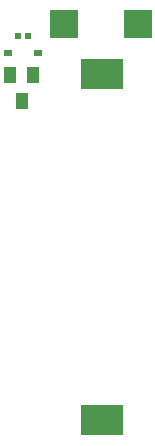
<source format=gbr>
G04 EAGLE Gerber RS-274X export*
G75*
%MOMM*%
%FSLAX34Y34*%
%LPD*%
%INSolderpaste Bottom*%
%IPPOS*%
%AMOC8*
5,1,8,0,0,1.08239X$1,22.5*%
G01*
%ADD10R,2.368000X2.403600*%
%ADD11R,1.000000X1.400000*%
%ADD12R,3.600000X2.600000*%
%ADD13R,0.800000X0.600000*%
%ADD14R,0.540000X0.600000*%


D10*
X157945Y408800D03*
X95521Y408800D03*
D11*
X59570Y343585D03*
X69070Y365585D03*
X50070Y365585D03*
D12*
X127635Y366845D03*
X127635Y73845D03*
D13*
X73460Y384175D03*
X48460Y384175D03*
D14*
X65280Y398780D03*
X56640Y398780D03*
M02*

</source>
